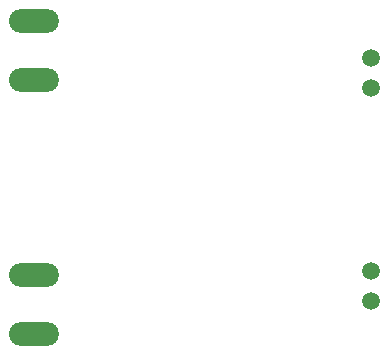
<source format=gbr>
%TF.GenerationSoftware,Altium Limited,Altium Designer,24.7.2 (38)*%
G04 Layer_Color=16711935*
%FSLAX43Y43*%
%MOMM*%
%TF.SameCoordinates,E959DE18-6F16-491B-AE1F-B8F7C51A02EC*%
%TF.FilePolarity,Negative*%
%TF.FileFunction,Soldermask,Bot*%
%TF.Part,Single*%
G01*
G75*
%TA.AperFunction,ComponentPad*%
%ADD19O,4.220X2.020*%
%ADD20C,1.520*%
D19*
X-4500Y-8250D02*
D03*
Y-13250D02*
D03*
Y8250D02*
D03*
Y13250D02*
D03*
D20*
X24000Y-10500D02*
D03*
Y-7960D02*
D03*
X24000Y7551D02*
D03*
Y10091D02*
D03*
%TF.MD5,1544eb9aa9f20ca99d64618bb13c1262*%
M02*

</source>
